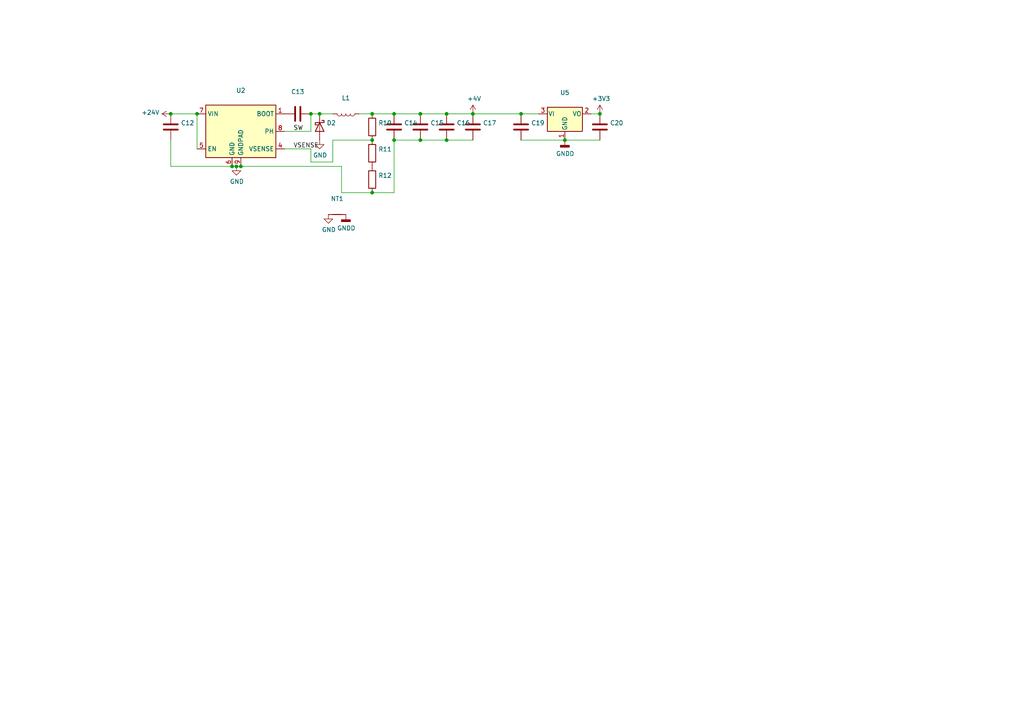
<source format=kicad_sch>
(kicad_sch (version 20211123) (generator eeschema)
  (paper "A4")
  (lib_symbols
    (symbol "Device:C" (pin_numbers hide) (pin_names (offset 0.254))
      (property "Reference" "C" (at 0.635 2.54 0))
      (property "Value" "C" (at 0.635 -2.54 0))
      (symbol "C_0_1"
        (polyline (pts (xy -2.032 -0.762) (xy 2.032 -0.762)) (stroke (width 0.508)))
        (polyline (pts (xy -2.032 0.762) (xy 2.032 0.762)) (stroke (width 0.508)))
      )
      (symbol "C_1_1"
        (pin passive line (at 0 3.81 270) (length 2.794) (name "~") (number "1"))
        (pin passive line (at 0 -3.81 90) (length 2.794) (name "~") (number "2"))
      )
    )
    (symbol "Device:D_Schottky" (pin_numbers hide) (pin_names (offset 1.016) hide)
      (property "Reference" "D" (at 0 2.54 0))
      (property "Value" "D_Schottky" (at 0 -2.54 0))
      (symbol "D_Schottky_0_1"
        (polyline (pts (xy 1.27 0) (xy -1.27 0)))
        (polyline (pts (xy 1.27 1.27) (xy 1.27 -1.27) (xy -1.27 0) (xy 1.27 1.27)) (stroke (width 0.254)))
        (polyline (pts (xy -1.905 0.635) (xy -1.905 1.27) (xy -1.27 1.27) (xy -1.27 -1.27) (xy -0.635 -1.27) (xy -0.635 -0.635)) (stroke (width 0.254)))
      )
      (symbol "D_Schottky_1_1"
        (pin passive line (at -3.81 0 0) (length 2.54) (name "K") (number "1"))
        (pin passive line (at 3.81 0 180) (length 2.54) (name "A") (number "2"))
      )
    )
    (symbol "Device:L" (pin_numbers hide) (pin_names (offset 1.016) hide)
      (property "Reference" "L" (at -1.27 0 90))
      (property "Value" "L" (at 1.905 0 90))
      (symbol "L_0_1"
        (arc (start 0 -2.54) (mid 0.635 -1.905) (end 0 -1.27))
        (arc (start 0 -1.27) (mid 0.635 -0.635) (end 0 0))
        (arc (start 0 0) (mid 0.635 0.635) (end 0 1.27))
        (arc (start 0 1.27) (mid 0.635 1.905) (end 0 2.54))
      )
      (symbol "L_1_1"
        (pin passive line (at 0 3.81 270) (length 1.27) (name "1") (number "1"))
        (pin passive line (at 0 -3.81 90) (length 1.27) (name "2") (number "2"))
      )
    )
    (symbol "Device:R" (pin_numbers hide) (pin_names (offset 0))
      (property "Reference" "R" (at 2.032 0 90))
      (property "Value" "R" (at 0 0 90))
      (symbol "R_0_1"
        (rectangle (start -1.016 -2.54) (end 1.016 2.54) (stroke (width 0.254)))
      )
      (symbol "R_1_1"
        (pin passive line (at 0 3.81 270) (length 1.27) (name "~") (number "1"))
        (pin passive line (at 0 -3.81 90) (length 1.27) (name "~") (number "2"))
      )
    )
    (symbol "Regulator_Linear:AP1117-33" (pin_names (offset 0.254))
      (property "Reference" "U" (at -3.81 3.175 0))
      (property "Value" "AP1117-33" (at 0 3.175 0))
      (symbol "AP1117-33_0_1"
        (rectangle (start -5.08 -5.08) (end 5.08 1.905) (stroke (width 0.254)) (fill (type background)))
      )
      (symbol "AP1117-33_1_1"
        (pin power_in line (at 0 -7.62 90) (length 2.54) (name "GND") (number "1"))
        (pin power_out line (at 7.62 0 180) (length 2.54) (name "VO") (number "2"))
        (pin power_in line (at -7.62 0 0) (length 2.54) (name "VI") (number "3"))
      )
    )
    (symbol "Regulator_Switching:TPS5430DDA"
      (property "Reference" "U" (at -10.16 8.89 0))
      (property "Value" "TPS5430DDA" (at -1.27 8.89 0))
      (symbol "TPS5430DDA_0_1"
        (rectangle (start -10.16 7.62) (end 10.16 -7.62) (stroke (width 0.254)) (fill (type background)))
      )
      (symbol "TPS5430DDA_1_1"
        (pin input line (at 12.7 5.08 180) (length 2.54) (name "BOOT") (number "1"))
        (pin no_connect line (at -10.16 2.54 0) (length 2.54) hide (name "NC") (number "2"))
        (pin no_connect line (at -10.16 -2.54 0) (length 2.54) hide (name "NC") (number "3"))
        (pin input line (at 12.7 -5.08 180) (length 2.54) (name "VSENSE") (number "4"))
        (pin input line (at -12.7 -5.08 0) (length 2.54) (name "EN") (number "5"))
        (pin power_in line (at -2.54 -10.16 90) (length 2.54) (name "GND") (number "6"))
        (pin power_in line (at -12.7 5.08 0) (length 2.54) (name "VIN") (number "7"))
        (pin output line (at 12.7 0 180) (length 2.54) (name "PH") (number "8"))
        (pin power_in line (at 0 -10.16 90) (length 2.54) (name "GNDPAD") (number "9"))
      )
    )
    (symbol "power:+24V" (power) (pin_names (offset 0))
      (property "Value" "+24V" (at 0 3.556 0))
      (symbol "+24V_0_1"
        (polyline (pts (xy -0.762 1.27) (xy 0 2.54)))
        (polyline (pts (xy 0 0) (xy 0 2.54)))
        (polyline (pts (xy 0 2.54) (xy 0.762 1.27)))
      )
      (symbol "+24V_1_1"
        (pin power_in line (at 0 0 90) (length 0) hide (name "+24V") (number "1"))
      )
    )
    (symbol "power:+3V3" (power) (pin_names (offset 0))
      (property "Value" "+3V3" (at 0 3.556 0))
      (symbol "+3V3_0_1"
        (polyline (pts (xy -0.762 1.27) (xy 0 2.54)))
        (polyline (pts (xy 0 0) (xy 0 2.54)))
        (polyline (pts (xy 0 2.54) (xy 0.762 1.27)))
      )
      (symbol "+3V3_1_1"
        (pin power_in line (at 0 0 90) (length 0) hide (name "+3V3") (number "1"))
      )
    )
    (symbol "power:+4V" (power) (pin_names (offset 0))
      (property "Value" "+4V" (at 0 3.556 0))
      (symbol "+4V_0_1"
        (polyline (pts (xy -0.762 1.27) (xy 0 2.54)))
        (polyline (pts (xy 0 0) (xy 0 2.54)))
        (polyline (pts (xy 0 2.54) (xy 0.762 1.27)))
      )
      (symbol "+4V_1_1"
        (pin power_in line (at 0 0 90) (length 0) hide (name "+4V") (number "1"))
      )
    )
    (symbol "power:GND" (power) (pin_names (offset 0))
      (property "Value" "GND" (at 0 -3.81 0))
      (symbol "GND_0_1"
        (polyline (pts (xy 0 0) (xy 0 -1.27) (xy 1.27 -1.27) (xy 0 -2.54) (xy -1.27 -1.27) (xy 0 -1.27)))
      )
      (symbol "GND_1_1"
        (pin power_in line (at 0 0 270) (length 0) hide (name "GND") (number "1"))
      )
    )
    (symbol "power:GNDD" (power) (pin_names (offset 0))
      (property "Value" "GNDD" (at 0 -3.175 0))
      (symbol "GNDD_0_1"
        (rectangle (start -1.27 -1.524) (end 1.27 -2.032) (stroke (width 0.254)) (fill (type outline)))
        (polyline (pts (xy 0 0) (xy 0 -1.524)))
      )
      (symbol "GNDD_1_1"
        (pin power_in line (at 0 0 270) (length 0) hide (name "GNDD") (number "1"))
      )
    )
    (symbol "sensactUp2-rescue:Net-Tie_2-Device" (pin_numbers hide) (pin_names (offset 0) hide)
      (property "Reference" "NT" (at 0 1.27 0))
      (property "Value" "Net-Tie_2-Device" (at 0 -1.27 0))
      (symbol "Net-Tie_2-Device_0_1"
        (polyline (pts (xy -1.27 0) (xy 1.27 0)) (stroke (width 0.254)))
      )
      (symbol "Net-Tie_2-Device_1_1"
        (pin passive line (at -2.54 0 0) (length 2.54) (name "1") (number "1"))
        (pin passive line (at 2.54 0 180) (length 2.54) (name "2") (number "2"))
      )
    )
  )
  (junction (at 90.17 33.02))
  (junction (at 151.13 33.02))
  (junction (at 68.58 48.26))
  (junction (at 107.95 55.88))
  (junction (at 114.3 40.64))
  (junction (at 49.53 33.02))
  (junction (at 114.3 33.02))
  (junction (at 163.83 40.64))
  (junction (at 107.95 33.02))
  (junction (at 129.54 33.02))
  (junction (at 121.92 40.64))
  (junction (at 121.92 33.02))
  (junction (at 173.99 33.02))
  (junction (at 129.54 40.64))
  (junction (at 92.71 33.02))
  (junction (at 107.95 40.64))
  (junction (at 69.85 48.26))
  (junction (at 67.31 48.26))
  (junction (at 57.15 33.02))
  (junction (at 137.16 33.02))
  (wire (pts (xy 129.54 33.02) (xy 137.16 33.02)))
  (wire (pts (xy 49.53 33.02) (xy 57.15 33.02)))
  (wire (pts (xy 163.83 40.64) (xy 173.99 40.64)))
  (wire (pts (xy 156.21 33.02) (xy 151.13 33.02)))
  (wire (pts (xy 49.53 48.26) (xy 67.31 48.26)))
  (wire (pts (xy 114.3 40.64) (xy 121.92 40.64)))
  (wire (pts (xy 67.31 48.26) (xy 68.58 48.26)))
  (wire (pts (xy 99.06 48.26) (xy 69.85 48.26)))
  (wire (pts (xy 107.95 55.88) (xy 114.3 55.88)))
  (wire (pts (xy 68.58 48.26) (xy 69.85 48.26)))
  (wire (pts (xy 96.52 40.64) (xy 107.95 40.64)))
  (wire (pts (xy 129.54 40.64) (xy 137.16 40.64)))
  (wire (pts (xy 82.55 43.18) (xy 90.17 43.18)))
  (wire (pts (xy 107.95 55.88) (xy 99.06 55.88)))
  (wire (pts (xy 137.16 33.02) (xy 151.13 33.02)))
  (wire (pts (xy 107.95 33.02) (xy 114.3 33.02)))
  (wire (pts (xy 90.17 46.99) (xy 96.52 46.99)))
  (wire (pts (xy 96.52 46.99) (xy 96.52 40.64)))
  (wire (pts (xy 82.55 38.1) (xy 90.17 38.1)))
  (wire (pts (xy 151.13 40.64) (xy 163.83 40.64)))
  (wire (pts (xy 90.17 33.02) (xy 92.71 33.02)))
  (wire (pts (xy 114.3 40.64) (xy 114.3 55.88)))
  (wire (pts (xy 114.3 33.02) (xy 121.92 33.02)))
  (wire (pts (xy 121.92 40.64) (xy 129.54 40.64)))
  (wire (pts (xy 173.99 33.02) (xy 171.45 33.02)))
  (wire (pts (xy 57.15 43.18) (xy 57.15 33.02)))
  (wire (pts (xy 99.06 55.88) (xy 99.06 48.26)))
  (wire (pts (xy 104.14 33.02) (xy 107.95 33.02)))
  (wire (pts (xy 92.71 33.02) (xy 96.52 33.02)))
  (wire (pts (xy 121.92 33.02) (xy 129.54 33.02)))
  (wire (pts (xy 90.17 38.1) (xy 90.17 33.02)))
  (wire (pts (xy 90.17 43.18) (xy 90.17 46.99)))
  (wire (pts (xy 49.53 40.64) (xy 49.53 48.26)))
  (label "SW" (at 85.09 38.1 0))
  (label "VSENSE" (at 85.09 43.18 0))
  (symbol (lib_id "Regulator_Switching:TPS5430DDA") (at 69.85 38.1 0) (unit 1)
    (property "Reference" "U2" (at 69.85 26.2382 0))
    (property "Datasheet" "http://www.ti.com/lit/ds/symlink/tps5430.pdf" (effects hide))
  )
  (symbol (lib_id "Device:R") (at 107.95 52.07 0) (unit 1)
    (property "Reference" "R12" (at 109.728 50.9016 0) (effects (justify left)))
  )
  (symbol (lib_id "Device:C") (at 86.36 33.02 270) (unit 1)
    (property "Reference" "C13" (at 86.36 26.6192 90))
  )
  (symbol (lib_id "Device:D_Schottky") (at 92.71 36.83 270) (unit 1)
    (property "Reference" "D2" (at 94.742 35.6616 90) (effects (justify left)))
  )
  (symbol (lib_id "Device:L") (at 100.33 33.02 270) (unit 1)
    (property "Reference" "L1" (at 100.33 28.4226 90))
  )
  (symbol (lib_id "power:GND") (at 68.58 48.26 0) (unit 1)
    (property "Reference" "#PWR0116" (effects hide))
  )
  (symbol (lib_id "power:GND") (at 92.71 40.64 0) (unit 1)
    (property "Reference" "#PWR0117" (effects hide))
  )
  (symbol (lib_id "Device:C") (at 114.3 36.83 0) (unit 1)
    (property "Reference" "C14" (at 117.221 35.6616 0) (effects (justify left)))
  )
  (symbol (lib_id "Device:C") (at 121.92 36.83 0) (unit 1)
    (property "Reference" "C15" (at 124.841 35.6616 0) (effects (justify left)))
  )
  (symbol (lib_id "Device:C") (at 129.54 36.83 0) (unit 1)
    (property "Reference" "C16" (at 132.461 35.6616 0) (effects (justify left)))
  )
  (symbol (lib_id "Device:C") (at 137.16 36.83 0) (unit 1)
    (property "Reference" "C17" (at 140.081 35.6616 0) (effects (justify left)))
  )
  (symbol (lib_id "Device:R") (at 107.95 36.83 0) (unit 1)
    (property "Reference" "R10" (at 109.728 35.6616 0) (effects (justify left)))
  )
  (symbol (lib_id "Device:R") (at 107.95 44.45 0) (unit 1)
    (property "Reference" "R11" (at 109.728 43.2816 0) (effects (justify left)))
  )
  (symbol (lib_id "Device:C") (at 49.53 36.83 0) (unit 1)
    (property "Reference" "C12" (at 52.451 35.6616 0) (effects (justify left)))
  )
  (symbol (lib_id "power:+24V") (at 49.53 33.02 90) (unit 1)
    (property "Reference" "#PWR0118" (effects hide))
  )
  (symbol (lib_id "power:GND") (at 95.25 62.23 0) (unit 1)
    (property "Reference" "#PWR0123" (effects hide))
  )
  (symbol (lib_id "power:GNDD") (at 100.33 62.23 0) (unit 1)
    (property "Reference" "#PWR0124" (effects hide))
  )
  (symbol (lib_id "sensactUp2-rescue:Net-Tie_2-Device") (at 97.79 62.23 0) (unit 1)
    (property "Reference" "NT1" (at 97.79 57.6326 0))
  )
  (symbol (lib_id "power:GNDD") (at 163.83 40.64 0) (unit 1)
    (property "Reference" "#PWR0125" (effects hide))
  )
  (symbol (lib_id "power:+4V") (at 137.16 33.02 0) (unit 1)
    (property "Reference" "#PWR01" (effects hide))
  )
  (symbol (lib_id "Regulator_Linear:AP1117-33") (at 163.83 33.02 0) (unit 1)
    (property "Reference" "U5" (at 163.83 26.8732 0))
    (property "Datasheet" "http://www.diodes.com/datasheets/AP1117.pdf" (effects hide))
  )
  (symbol (lib_id "Device:C") (at 151.13 36.83 0) (unit 1)
    (property "Reference" "C19" (at 154.051 35.6616 0) (effects (justify left)))
  )
  (symbol (lib_id "Device:C") (at 173.99 36.83 0) (unit 1)
    (property "Reference" "C20" (at 176.911 35.6616 0) (effects (justify left)))
  )
  (symbol (lib_id "power:+3V3") (at 173.99 33.02 0) (unit 1)
    (property "Reference" "#PWR06" (effects hide))
  )
)
</source>
